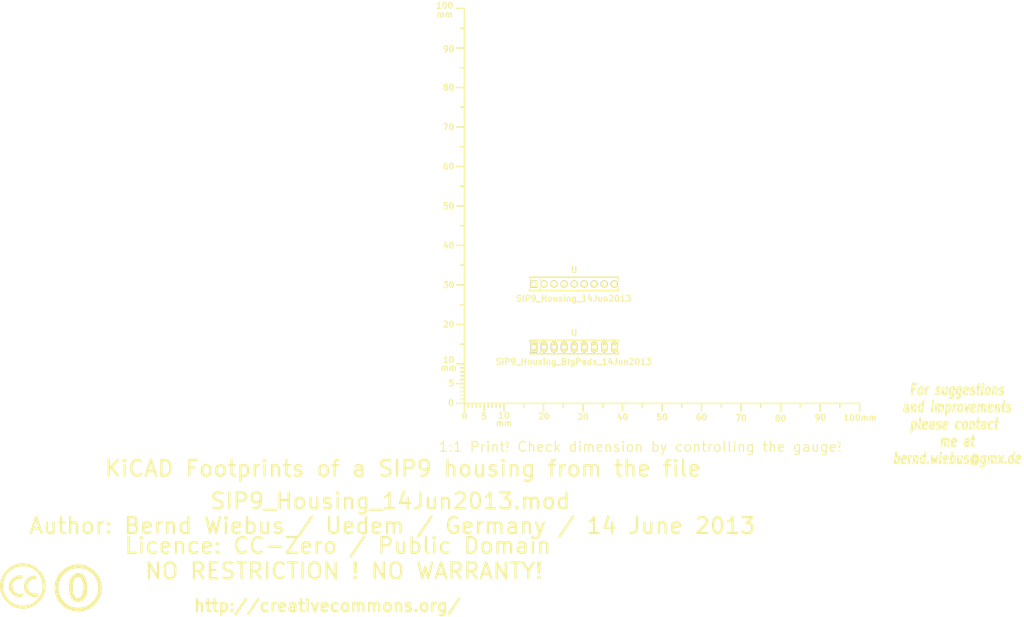
<source format=kicad_pcb>
(kicad_pcb (version 3) (host pcbnew "(2013-03-30 BZR 4007)-stable")

  (general
    (links 0)
    (no_connects 0)
    (area -16.90696 40.805099 274.02378 197.1694)
    (thickness 1.6002)
    (drawings 7)
    (tracks 0)
    (zones 0)
    (modules 5)
    (nets 1)
  )

  (page A4)
  (layers
    (15 Vorderseite signal)
    (0 Rückseite signal)
    (16 B.Adhes user)
    (17 F.Adhes user)
    (18 B.Paste user)
    (19 F.Paste user)
    (20 B.SilkS user)
    (21 F.SilkS user)
    (22 B.Mask user)
    (23 F.Mask user)
    (24 Dwgs.User user)
    (25 Cmts.User user)
    (26 Eco1.User user)
    (27 Eco2.User user)
    (28 Edge.Cuts user)
  )

  (setup
    (last_trace_width 0.2032)
    (trace_clearance 0.254)
    (zone_clearance 0.508)
    (zone_45_only no)
    (trace_min 0.2032)
    (segment_width 0.381)
    (edge_width 0.381)
    (via_size 0.889)
    (via_drill 0.635)
    (via_min_size 0.889)
    (via_min_drill 0.508)
    (uvia_size 0.508)
    (uvia_drill 0.127)
    (uvias_allowed no)
    (uvia_min_size 0.508)
    (uvia_min_drill 0.127)
    (pcb_text_width 0.3048)
    (pcb_text_size 1.524 2.032)
    (mod_edge_width 0.381)
    (mod_text_size 1.524 1.524)
    (mod_text_width 0.3048)
    (pad_size 2.7 1.6)
    (pad_drill 1)
    (pad_to_mask_clearance 0.254)
    (aux_axis_origin 0 0)
    (visible_elements 7FFFFFFF)
    (pcbplotparams
      (layerselection 3178497)
      (usegerberextensions true)
      (excludeedgelayer true)
      (linewidth 60)
      (plotframeref false)
      (viasonmask false)
      (mode 1)
      (useauxorigin false)
      (hpglpennumber 1)
      (hpglpenspeed 20)
      (hpglpendiameter 15)
      (hpglpenoverlay 0)
      (psnegative false)
      (psa4output false)
      (plotreference true)
      (plotvalue true)
      (plotothertext true)
      (plotinvisibletext false)
      (padsonsilk false)
      (subtractmaskfromsilk false)
      (outputformat 1)
      (mirror false)
      (drillshape 1)
      (scaleselection 1)
      (outputdirectory ""))
  )

  (net 0 "")

  (net_class Default "Dies ist die voreingestellte Netzklasse."
    (clearance 0.254)
    (trace_width 0.2032)
    (via_dia 0.889)
    (via_drill 0.635)
    (uvia_dia 0.508)
    (uvia_drill 0.127)
    (add_net "")
  )

  (module Gauge_100mm_Type2_SilkScreenTop_RevA_Date22Jun2010 (layer Vorderseite) (tedit 4D963937) (tstamp 4D88F07A)
    (at 132.75056 141.2494)
    (descr "Gauge, Massstab, 100mm, SilkScreenTop, Type 2,")
    (tags "Gauge, Massstab, 100mm, SilkScreenTop, Type 2,")
    (path Gauge_100mm_Type2_SilkScreenTop_RevA_Date22Jun2010)
    (fp_text reference MSC (at 4.0005 8.99922) (layer F.SilkS) hide
      (effects (font (size 1.524 1.524) (thickness 0.3048)))
    )
    (fp_text value Gauge_100mm_Type2_SilkScreenTop_RevA_Date22Jun2010 (at 45.9994 8.99922) (layer F.SilkS) hide
      (effects (font (size 1.524 1.524) (thickness 0.3048)))
    )
    (fp_text user mm (at 9.99998 5.00126) (layer F.SilkS)
      (effects (font (size 1.524 1.524) (thickness 0.3048)))
    )
    (fp_text user mm (at -4.0005 -8.99922) (layer F.SilkS)
      (effects (font (size 1.524 1.524) (thickness 0.3048)))
    )
    (fp_text user mm (at -5.00126 -98.5012) (layer F.SilkS)
      (effects (font (size 1.524 1.524) (thickness 0.3048)))
    )
    (fp_text user 10 (at 10.00506 3.0988) (layer F.SilkS)
      (effects (font (size 1.50114 1.50114) (thickness 0.29972)))
    )
    (fp_text user 0 (at 0.00508 3.19786) (layer F.SilkS)
      (effects (font (size 1.39954 1.50114) (thickness 0.29972)))
    )
    (fp_text user 5 (at 5.0038 3.29946) (layer F.SilkS)
      (effects (font (size 1.50114 1.50114) (thickness 0.29972)))
    )
    (fp_text user 20 (at 20.1041 3.29946) (layer F.SilkS)
      (effects (font (size 1.50114 1.50114) (thickness 0.29972)))
    )
    (fp_text user 30 (at 30.00502 3.39852) (layer F.SilkS)
      (effects (font (size 1.50114 1.50114) (thickness 0.29972)))
    )
    (fp_text user 40 (at 40.005 3.50012) (layer F.SilkS)
      (effects (font (size 1.50114 1.50114) (thickness 0.29972)))
    )
    (fp_text user 50 (at 50.00498 3.50012) (layer F.SilkS)
      (effects (font (size 1.50114 1.50114) (thickness 0.29972)))
    )
    (fp_text user 60 (at 60.00496 3.50012) (layer F.SilkS)
      (effects (font (size 1.50114 1.50114) (thickness 0.29972)))
    )
    (fp_text user 70 (at 70.00494 3.70078) (layer F.SilkS)
      (effects (font (size 1.50114 1.50114) (thickness 0.29972)))
    )
    (fp_text user 80 (at 80.00492 3.79984) (layer F.SilkS)
      (effects (font (size 1.50114 1.50114) (thickness 0.29972)))
    )
    (fp_text user 90 (at 90.1065 3.60172) (layer F.SilkS)
      (effects (font (size 1.50114 1.50114) (thickness 0.29972)))
    )
    (fp_text user 100mm (at 100.10648 3.60172) (layer F.SilkS)
      (effects (font (size 1.50114 1.50114) (thickness 0.29972)))
    )
    (fp_line (start 0 -8.99922) (end -1.00076 -8.99922) (layer F.SilkS) (width 0.381))
    (fp_line (start 0 -8.001) (end -1.00076 -8.001) (layer F.SilkS) (width 0.381))
    (fp_line (start 0 -7.00024) (end -1.00076 -7.00024) (layer F.SilkS) (width 0.381))
    (fp_line (start 0 -5.99948) (end -1.00076 -5.99948) (layer F.SilkS) (width 0.381))
    (fp_line (start 0 -4.0005) (end -1.00076 -4.0005) (layer F.SilkS) (width 0.381))
    (fp_line (start 0 -2.99974) (end -1.00076 -2.99974) (layer F.SilkS) (width 0.381))
    (fp_line (start 0 -1.99898) (end -1.00076 -1.99898) (layer F.SilkS) (width 0.381))
    (fp_line (start 0 -1.00076) (end -1.00076 -1.00076) (layer F.SilkS) (width 0.381))
    (fp_line (start 0 0) (end -1.99898 0) (layer F.SilkS) (width 0.381))
    (fp_line (start 0 -5.00126) (end -1.99898 -5.00126) (layer F.SilkS) (width 0.381))
    (fp_line (start 0 -9.99998) (end -1.99898 -9.99998) (layer F.SilkS) (width 0.381))
    (fp_line (start 0 -15.00124) (end -1.00076 -15.00124) (layer F.SilkS) (width 0.381))
    (fp_line (start 0 -19.99996) (end -1.99898 -19.99996) (layer F.SilkS) (width 0.381))
    (fp_line (start 0 -25.00122) (end -1.00076 -25.00122) (layer F.SilkS) (width 0.381))
    (fp_line (start 0 -29.99994) (end -1.99898 -29.99994) (layer F.SilkS) (width 0.381))
    (fp_line (start 0 -35.0012) (end -1.00076 -35.0012) (layer F.SilkS) (width 0.381))
    (fp_line (start 0 -39.99992) (end -1.99898 -39.99992) (layer F.SilkS) (width 0.381))
    (fp_line (start 0 -45.00118) (end -1.00076 -45.00118) (layer F.SilkS) (width 0.381))
    (fp_line (start 0 -49.9999) (end -1.99898 -49.9999) (layer F.SilkS) (width 0.381))
    (fp_line (start 0 -55.00116) (end -1.00076 -55.00116) (layer F.SilkS) (width 0.381))
    (fp_line (start 0 -59.99988) (end -1.99898 -59.99988) (layer F.SilkS) (width 0.381))
    (fp_line (start 0 -65.00114) (end -1.00076 -65.00114) (layer F.SilkS) (width 0.381))
    (fp_line (start 0 -69.99986) (end -1.99898 -69.99986) (layer F.SilkS) (width 0.381))
    (fp_line (start 0 -75.00112) (end -1.00076 -75.00112) (layer F.SilkS) (width 0.381))
    (fp_line (start 0 -79.99984) (end -1.99898 -79.99984) (layer F.SilkS) (width 0.381))
    (fp_line (start 0 -85.0011) (end -1.00076 -85.0011) (layer F.SilkS) (width 0.381))
    (fp_line (start 0 -89.99982) (end -1.99898 -89.99982) (layer F.SilkS) (width 0.381))
    (fp_line (start 0 -95.00108) (end -1.00076 -95.00108) (layer F.SilkS) (width 0.381))
    (fp_line (start 0 0) (end 0 -99.9998) (layer F.SilkS) (width 0.381))
    (fp_line (start 0 -99.9998) (end -1.99898 -99.9998) (layer F.SilkS) (width 0.381))
    (fp_text user 100 (at -4.99872 -100.7491) (layer F.SilkS)
      (effects (font (size 1.50114 1.50114) (thickness 0.29972)))
    )
    (fp_text user 90 (at -4.0005 -89.7509) (layer F.SilkS)
      (effects (font (size 1.50114 1.50114) (thickness 0.29972)))
    )
    (fp_text user 80 (at -4.0005 -79.99984) (layer F.SilkS)
      (effects (font (size 1.50114 1.50114) (thickness 0.29972)))
    )
    (fp_text user 70 (at -4.0005 -69.99986) (layer F.SilkS)
      (effects (font (size 1.50114 1.50114) (thickness 0.29972)))
    )
    (fp_text user 60 (at -4.0005 -59.99988) (layer F.SilkS)
      (effects (font (size 1.50114 1.50114) (thickness 0.29972)))
    )
    (fp_text user 50 (at -4.0005 -49.9999) (layer F.SilkS)
      (effects (font (size 1.50114 1.50114) (thickness 0.34036)))
    )
    (fp_text user 40 (at -4.0005 -39.99992) (layer F.SilkS)
      (effects (font (size 1.50114 1.50114) (thickness 0.29972)))
    )
    (fp_text user 30 (at -4.0005 -29.99994) (layer F.SilkS)
      (effects (font (size 1.50114 1.50114) (thickness 0.29972)))
    )
    (fp_text user 20 (at -4.0005 -19.99996) (layer F.SilkS)
      (effects (font (size 1.50114 1.50114) (thickness 0.29972)))
    )
    (fp_line (start 95.00108 0) (end 95.00108 1.00076) (layer F.SilkS) (width 0.381))
    (fp_line (start 89.99982 0) (end 89.99982 1.99898) (layer F.SilkS) (width 0.381))
    (fp_line (start 85.0011 0) (end 85.0011 1.00076) (layer F.SilkS) (width 0.381))
    (fp_line (start 79.99984 0) (end 79.99984 1.99898) (layer F.SilkS) (width 0.381))
    (fp_line (start 75.00112 0) (end 75.00112 1.00076) (layer F.SilkS) (width 0.381))
    (fp_line (start 69.99986 0) (end 69.99986 1.99898) (layer F.SilkS) (width 0.381))
    (fp_line (start 65.00114 0) (end 65.00114 1.00076) (layer F.SilkS) (width 0.381))
    (fp_line (start 59.99988 0) (end 59.99988 1.99898) (layer F.SilkS) (width 0.381))
    (fp_line (start 55.00116 0) (end 55.00116 1.00076) (layer F.SilkS) (width 0.381))
    (fp_line (start 49.9999 0) (end 49.9999 1.99898) (layer F.SilkS) (width 0.381))
    (fp_line (start 45.00118 0) (end 45.00118 1.00076) (layer F.SilkS) (width 0.381))
    (fp_line (start 39.99992 0) (end 39.99992 1.99898) (layer F.SilkS) (width 0.381))
    (fp_line (start 35.0012 0) (end 35.0012 1.00076) (layer F.SilkS) (width 0.381))
    (fp_line (start 29.99994 0) (end 29.99994 1.99898) (layer F.SilkS) (width 0.381))
    (fp_line (start 25.00122 0) (end 25.00122 1.00076) (layer F.SilkS) (width 0.381))
    (fp_line (start 19.99996 0) (end 19.99996 1.99898) (layer F.SilkS) (width 0.381))
    (fp_line (start 15.00124 0) (end 15.00124 1.00076) (layer F.SilkS) (width 0.381))
    (fp_line (start 9.99998 0) (end 99.9998 0) (layer F.SilkS) (width 0.381))
    (fp_line (start 99.9998 0) (end 99.9998 1.99898) (layer F.SilkS) (width 0.381))
    (fp_text user 5 (at -3.302 -5.10286) (layer F.SilkS)
      (effects (font (size 1.50114 1.50114) (thickness 0.29972)))
    )
    (fp_text user 0 (at -3.4036 -0.10414) (layer F.SilkS)
      (effects (font (size 1.50114 1.50114) (thickness 0.29972)))
    )
    (fp_text user 10 (at -4.0005 -11.00074) (layer F.SilkS)
      (effects (font (size 1.50114 1.50114) (thickness 0.29972)))
    )
    (fp_line (start 8.99922 0) (end 8.99922 1.00076) (layer F.SilkS) (width 0.381))
    (fp_line (start 8.001 0) (end 8.001 1.00076) (layer F.SilkS) (width 0.381))
    (fp_line (start 7.00024 0) (end 7.00024 1.00076) (layer F.SilkS) (width 0.381))
    (fp_line (start 5.99948 0) (end 5.99948 1.00076) (layer F.SilkS) (width 0.381))
    (fp_line (start 4.0005 0) (end 4.0005 1.00076) (layer F.SilkS) (width 0.381))
    (fp_line (start 2.99974 0) (end 2.99974 1.00076) (layer F.SilkS) (width 0.381))
    (fp_line (start 1.99898 0) (end 1.99898 1.00076) (layer F.SilkS) (width 0.381))
    (fp_line (start 1.00076 0) (end 1.00076 1.00076) (layer F.SilkS) (width 0.381))
    (fp_line (start 5.00126 0) (end 5.00126 1.99898) (layer F.SilkS) (width 0.381))
    (fp_line (start 0 0) (end 0 1.99898) (layer F.SilkS) (width 0.381))
    (fp_line (start 0 0) (end 9.99998 0) (layer F.SilkS) (width 0.381))
    (fp_line (start 9.99998 0) (end 9.99998 1.99898) (layer F.SilkS) (width 0.381))
  )

  (module Symbol_CC-PublicDomain_SilkScreenTop_Big (layer Vorderseite) (tedit 515D641F) (tstamp 515F0B64)
    (at 35 188)
    (descr "Symbol, CC-PublicDomain, SilkScreen Top, Big,")
    (tags "Symbol, CC-PublicDomain, SilkScreen Top, Big,")
    (path Symbol_CC-Noncommercial_CopperTop_Big)
    (fp_text reference Sym (at 0.59944 -7.29996) (layer F.SilkS) hide
      (effects (font (size 1.524 1.524) (thickness 0.3048)))
    )
    (fp_text value Symbol_CC-PublicDomain_SilkScreenTop_Big (at 0.59944 8.001) (layer F.SilkS) hide
      (effects (font (size 1.524 1.524) (thickness 0.3048)))
    )
    (fp_circle (center 0 0) (end 5.8 -0.05) (layer F.SilkS) (width 0.381))
    (fp_circle (center 0 0) (end 5.5 0) (layer F.SilkS) (width 0.381))
    (fp_circle (center 0.05 0) (end 5.25 0) (layer F.SilkS) (width 0.381))
    (fp_line (start 1.1 -2.5) (end 1.4 -1.9) (layer F.SilkS) (width 0.381))
    (fp_line (start -1.8 1.2) (end -1.6 1.9) (layer F.SilkS) (width 0.381))
    (fp_line (start -1.6 1.9) (end -1.2 2.5) (layer F.SilkS) (width 0.381))
    (fp_line (start 0 -3) (end 0.75 -2.75) (layer F.SilkS) (width 0.381))
    (fp_line (start 0.75 -2.75) (end 1 -2.25) (layer F.SilkS) (width 0.381))
    (fp_line (start 1 -2.25) (end 1.5 -1) (layer F.SilkS) (width 0.381))
    (fp_line (start 1.5 -1) (end 1.5 -0.5) (layer F.SilkS) (width 0.381))
    (fp_line (start 1.5 -0.5) (end 1.5 0.5) (layer F.SilkS) (width 0.381))
    (fp_line (start 1.5 0.5) (end 1.25 1.5) (layer F.SilkS) (width 0.381))
    (fp_line (start 1.25 1.5) (end 0.75 2.5) (layer F.SilkS) (width 0.381))
    (fp_line (start 0.75 2.5) (end 0.25 2.75) (layer F.SilkS) (width 0.381))
    (fp_line (start 0.25 2.75) (end -0.25 2.75) (layer F.SilkS) (width 0.381))
    (fp_line (start -0.25 2.75) (end -0.75 2.5) (layer F.SilkS) (width 0.381))
    (fp_line (start -0.75 2.5) (end -1.25 1.75) (layer F.SilkS) (width 0.381))
    (fp_line (start -1.25 1.75) (end -1.5 0.75) (layer F.SilkS) (width 0.381))
    (fp_line (start -1.5 0.75) (end -1.5 -0.75) (layer F.SilkS) (width 0.381))
    (fp_line (start -1.5 -0.75) (end -1.25 -1.75) (layer F.SilkS) (width 0.381))
    (fp_line (start -1.25 -1.75) (end -1 -2.5) (layer F.SilkS) (width 0.381))
    (fp_line (start -1 -2.5) (end -0.3 -2.9) (layer F.SilkS) (width 0.381))
    (fp_line (start -0.3 -2.9) (end 0.2 -3) (layer F.SilkS) (width 0.381))
    (fp_line (start 0.2 -3) (end 0.8 -3) (layer F.SilkS) (width 0.381))
    (fp_line (start 0.8 -3) (end 1.4 -2.3) (layer F.SilkS) (width 0.381))
    (fp_line (start 1.4 -2.3) (end 1.6 -1.4) (layer F.SilkS) (width 0.381))
    (fp_line (start 1.6 -1.4) (end 1.7 -0.3) (layer F.SilkS) (width 0.381))
    (fp_line (start 1.7 -0.3) (end 1.7 0.9) (layer F.SilkS) (width 0.381))
    (fp_line (start 1.7 0.9) (end 1.4 1.8) (layer F.SilkS) (width 0.381))
    (fp_line (start 1.4 1.8) (end 1 2.7) (layer F.SilkS) (width 0.381))
    (fp_line (start 1 2.7) (end 0.5 3) (layer F.SilkS) (width 0.381))
    (fp_line (start 0.5 3) (end -0.4 3) (layer F.SilkS) (width 0.381))
    (fp_line (start -0.4 3) (end -1.3 2.3) (layer F.SilkS) (width 0.381))
    (fp_line (start -1.3 2.3) (end -1.7 1) (layer F.SilkS) (width 0.381))
    (fp_line (start -1.7 1) (end -1.8 -0.7) (layer F.SilkS) (width 0.381))
    (fp_line (start -1.8 -0.7) (end -1.4 -2.2) (layer F.SilkS) (width 0.381))
    (fp_line (start -1.4 -2.2) (end -1 -2.9) (layer F.SilkS) (width 0.381))
    (fp_line (start -1 -2.9) (end -0.2 -3.3) (layer F.SilkS) (width 0.381))
    (fp_line (start -0.2 -3.3) (end 0.7 -3.2) (layer F.SilkS) (width 0.381))
    (fp_line (start 0.7 -3.2) (end 1.3 -3.1) (layer F.SilkS) (width 0.381))
    (fp_line (start 1.3 -3.1) (end 1.7 -2.4) (layer F.SilkS) (width 0.381))
    (fp_line (start 1.7 -2.4) (end 2 -1.6) (layer F.SilkS) (width 0.381))
    (fp_line (start 2 -1.6) (end 2.1 -0.6) (layer F.SilkS) (width 0.381))
    (fp_line (start 2.1 -0.6) (end 2.1 0.3) (layer F.SilkS) (width 0.381))
    (fp_line (start 2.1 0.3) (end 2.1 1.3) (layer F.SilkS) (width 0.381))
    (fp_line (start 2.1 1.3) (end 1.9 1.8) (layer F.SilkS) (width 0.381))
    (fp_line (start 1.9 1.8) (end 1.5 2.6) (layer F.SilkS) (width 0.381))
    (fp_line (start 1.5 2.6) (end 1.1 3) (layer F.SilkS) (width 0.381))
    (fp_line (start 1.1 3) (end 0.4 3.3) (layer F.SilkS) (width 0.381))
    (fp_line (start 0.4 3.3) (end -0.1 3.4) (layer F.SilkS) (width 0.381))
    (fp_line (start -0.1 3.4) (end -0.8 3.2) (layer F.SilkS) (width 0.381))
    (fp_line (start -0.8 3.2) (end -1.5 2.6) (layer F.SilkS) (width 0.381))
    (fp_line (start -1.5 2.6) (end -1.9 1.7) (layer F.SilkS) (width 0.381))
    (fp_line (start -1.9 1.7) (end -2.1 0.4) (layer F.SilkS) (width 0.381))
    (fp_line (start -2.1 0.4) (end -2.1 -0.6) (layer F.SilkS) (width 0.381))
    (fp_line (start -2.1 -0.6) (end -2 -1.6) (layer F.SilkS) (width 0.381))
    (fp_line (start -2 -1.6) (end -1.7 -2.4) (layer F.SilkS) (width 0.381))
    (fp_line (start -1.7 -2.4) (end -1.2 -3.1) (layer F.SilkS) (width 0.381))
    (fp_line (start -1.2 -3.1) (end -0.4 -3.6) (layer F.SilkS) (width 0.381))
    (fp_line (start -0.4 -3.6) (end 0.4 -3.6) (layer F.SilkS) (width 0.381))
    (fp_line (start 0.4 -3.6) (end 1.1 -3.2) (layer F.SilkS) (width 0.381))
    (fp_line (start 1.1 -3.2) (end 1.1 -2.9) (layer F.SilkS) (width 0.381))
    (fp_line (start 1.1 -2.9) (end 1.8 -1.5) (layer F.SilkS) (width 0.381))
    (fp_line (start 1.8 -1.5) (end 1.8 -0.4) (layer F.SilkS) (width 0.381))
    (fp_line (start 1.8 -0.4) (end 1.8 1.1) (layer F.SilkS) (width 0.381))
    (fp_line (start 1.8 1.1) (end 1.2 2.6) (layer F.SilkS) (width 0.381))
    (fp_line (start 1.2 2.6) (end 0.2 3.2) (layer F.SilkS) (width 0.381))
    (fp_line (start 0.2 3.2) (end -0.5 3.2) (layer F.SilkS) (width 0.381))
    (fp_line (start -0.5 3.2) (end -1.1 2.7) (layer F.SilkS) (width 0.381))
    (fp_line (start -1.1 2.7) (end -1.9 0.6) (layer F.SilkS) (width 0.381))
    (fp_line (start -1.9 0.6) (end -1.7 -1.9) (layer F.SilkS) (width 0.381))
  )

  (module Symbol_CreativeCommons_SilkScreenTop_Type2_Big (layer Vorderseite) (tedit 515D640C) (tstamp 515F46B2)
    (at 21 187.5)
    (descr "Symbol, Creative Commons, SilkScreen Top, Type 2, Big,")
    (tags "Symbol, Creative Commons, SilkScreen Top, Type 2, Big,")
    (path Symbol_CreativeCommons_CopperTop_Type2_Big)
    (fp_text reference Sym (at 0.59944 -7.29996) (layer F.SilkS) hide
      (effects (font (size 1.524 1.524) (thickness 0.3048)))
    )
    (fp_text value Symbol_CreativeCommons_Typ2_SilkScreenTop_Big (at 0.59944 8.001) (layer F.SilkS) hide
      (effects (font (size 1.524 1.524) (thickness 0.3048)))
    )
    (fp_line (start -0.70104 2.70002) (end -0.29972 2.60096) (layer F.SilkS) (width 0.381))
    (fp_line (start -0.29972 2.60096) (end -0.20066 2.10058) (layer F.SilkS) (width 0.381))
    (fp_line (start -2.49936 -1.69926) (end -2.70002 -1.6002) (layer F.SilkS) (width 0.381))
    (fp_line (start -2.70002 -1.6002) (end -3.0988 -1.00076) (layer F.SilkS) (width 0.381))
    (fp_line (start -3.0988 -1.00076) (end -3.29946 -0.50038) (layer F.SilkS) (width 0.381))
    (fp_line (start -3.29946 -0.50038) (end -3.40106 0.39878) (layer F.SilkS) (width 0.381))
    (fp_line (start -3.40106 0.39878) (end -3.29946 0.89916) (layer F.SilkS) (width 0.381))
    (fp_line (start -0.19812 2.4003) (end -0.29718 2.59842) (layer F.SilkS) (width 0.381))
    (fp_line (start 3.70078 2.10058) (end 3.79984 2.4003) (layer F.SilkS) (width 0.381))
    (fp_line (start 2.99974 -2.4003) (end 3.29946 -2.30124) (layer F.SilkS) (width 0.381))
    (fp_line (start 3.29946 -2.30124) (end 3.0988 -1.99898) (layer F.SilkS) (width 0.381))
    (fp_line (start 0 -5.40004) (end -0.50038 -5.40004) (layer F.SilkS) (width 0.381))
    (fp_line (start -0.50038 -5.40004) (end -1.30048 -5.10032) (layer F.SilkS) (width 0.381))
    (fp_line (start -1.30048 -5.10032) (end -1.99898 -4.89966) (layer F.SilkS) (width 0.381))
    (fp_line (start -1.99898 -4.89966) (end -2.70002 -4.699) (layer F.SilkS) (width 0.381))
    (fp_line (start -2.70002 -4.699) (end -3.29946 -4.20116) (layer F.SilkS) (width 0.381))
    (fp_line (start -3.29946 -4.20116) (end -4.0005 -3.59918) (layer F.SilkS) (width 0.381))
    (fp_line (start -4.0005 -3.59918) (end -4.50088 -2.99974) (layer F.SilkS) (width 0.381))
    (fp_line (start -4.50088 -2.99974) (end -5.00126 -2.10058) (layer F.SilkS) (width 0.381))
    (fp_line (start -5.00126 -2.10058) (end -5.30098 -1.09982) (layer F.SilkS) (width 0.381))
    (fp_line (start -5.30098 -1.09982) (end -5.40004 0.09906) (layer F.SilkS) (width 0.381))
    (fp_line (start -5.40004 0.09906) (end -5.19938 1.30048) (layer F.SilkS) (width 0.381))
    (fp_line (start -5.19938 1.30048) (end -4.8006 2.4003) (layer F.SilkS) (width 0.381))
    (fp_line (start -4.8006 2.4003) (end -3.79984 3.8989) (layer F.SilkS) (width 0.381))
    (fp_line (start -3.79984 3.8989) (end -2.60096 4.8006) (layer F.SilkS) (width 0.381))
    (fp_line (start -2.60096 4.8006) (end -1.30048 5.30098) (layer F.SilkS) (width 0.381))
    (fp_line (start -1.30048 5.30098) (end 0.09906 5.30098) (layer F.SilkS) (width 0.381))
    (fp_line (start 0.09906 5.30098) (end 1.6002 5.19938) (layer F.SilkS) (width 0.381))
    (fp_line (start 1.6002 5.19938) (end 2.60096 4.699) (layer F.SilkS) (width 0.381))
    (fp_line (start 2.60096 4.699) (end 4.20116 3.40106) (layer F.SilkS) (width 0.381))
    (fp_line (start 4.20116 3.40106) (end 5.00126 1.80086) (layer F.SilkS) (width 0.381))
    (fp_line (start 5.00126 1.80086) (end 5.40004 0.29972) (layer F.SilkS) (width 0.381))
    (fp_line (start 5.40004 0.29972) (end 5.19938 -1.39954) (layer F.SilkS) (width 0.381))
    (fp_line (start 5.19938 -1.39954) (end 4.699 -2.49936) (layer F.SilkS) (width 0.381))
    (fp_line (start 4.699 -2.49936) (end 3.40106 -4.09956) (layer F.SilkS) (width 0.381))
    (fp_line (start 3.40106 -4.09956) (end 2.4003 -4.8006) (layer F.SilkS) (width 0.381))
    (fp_line (start 2.4003 -4.8006) (end 1.39954 -5.19938) (layer F.SilkS) (width 0.381))
    (fp_line (start 1.39954 -5.19938) (end 0 -5.30098) (layer F.SilkS) (width 0.381))
    (fp_line (start 0.60198 -0.70104) (end 0.50292 -0.20066) (layer F.SilkS) (width 0.381))
    (fp_line (start 0.50292 -0.20066) (end 0.50292 0.49784) (layer F.SilkS) (width 0.381))
    (fp_line (start 0.50292 0.49784) (end 0.60198 1.09982) (layer F.SilkS) (width 0.381))
    (fp_line (start 0.60198 1.09982) (end 1.00076 1.69926) (layer F.SilkS) (width 0.381))
    (fp_line (start 1.00076 1.69926) (end 1.50114 2.19964) (layer F.SilkS) (width 0.381))
    (fp_line (start 1.50114 2.19964) (end 2.10058 2.49936) (layer F.SilkS) (width 0.381))
    (fp_line (start 2.10058 2.49936) (end 2.60096 2.59842) (layer F.SilkS) (width 0.381))
    (fp_line (start 2.60096 2.59842) (end 3.00228 2.59842) (layer F.SilkS) (width 0.381))
    (fp_line (start 3.00228 2.59842) (end 3.40106 2.59842) (layer F.SilkS) (width 0.381))
    (fp_line (start 3.40106 2.59842) (end 3.80238 2.49936) (layer F.SilkS) (width 0.381))
    (fp_line (start 3.80238 2.49936) (end 3.70078 2.2987) (layer F.SilkS) (width 0.381))
    (fp_line (start 3.70078 2.2987) (end 2.80162 2.4003) (layer F.SilkS) (width 0.381))
    (fp_line (start 2.80162 2.4003) (end 1.80086 2.09804) (layer F.SilkS) (width 0.381))
    (fp_line (start 1.80086 2.09804) (end 1.20142 1.6002) (layer F.SilkS) (width 0.381))
    (fp_line (start 1.20142 1.6002) (end 0.80264 0.6985) (layer F.SilkS) (width 0.381))
    (fp_line (start 0.80264 0.6985) (end 0.70104 -0.29972) (layer F.SilkS) (width 0.381))
    (fp_line (start 0.70104 -0.29972) (end 1.00076 -1.00076) (layer F.SilkS) (width 0.381))
    (fp_line (start 1.00076 -1.00076) (end 1.60274 -1.7018) (layer F.SilkS) (width 0.381))
    (fp_line (start 1.60274 -1.7018) (end 2.30124 -2.10058) (layer F.SilkS) (width 0.381))
    (fp_line (start 2.30124 -2.10058) (end 3.00228 -2.10058) (layer F.SilkS) (width 0.381))
    (fp_line (start 3.00228 -2.10058) (end 3.10134 -1.89992) (layer F.SilkS) (width 0.381))
    (fp_line (start 3.10134 -1.89992) (end 2.5019 -1.89992) (layer F.SilkS) (width 0.381))
    (fp_line (start 2.5019 -1.89992) (end 1.80086 -1.6002) (layer F.SilkS) (width 0.381))
    (fp_line (start 1.80086 -1.6002) (end 1.30048 -1.00076) (layer F.SilkS) (width 0.381))
    (fp_line (start 1.30048 -1.00076) (end 1.00076 -0.40132) (layer F.SilkS) (width 0.381))
    (fp_line (start 1.00076 -0.40132) (end 1.00076 0.09906) (layer F.SilkS) (width 0.381))
    (fp_line (start 1.00076 0.09906) (end 1.00076 0.6985) (layer F.SilkS) (width 0.381))
    (fp_line (start 1.00076 0.6985) (end 1.30048 1.19888) (layer F.SilkS) (width 0.381))
    (fp_line (start 1.30048 1.19888) (end 1.7018 1.69926) (layer F.SilkS) (width 0.381))
    (fp_line (start 1.7018 1.69926) (end 2.30124 1.99898) (layer F.SilkS) (width 0.381))
    (fp_line (start 2.30124 1.99898) (end 2.90068 2.09804) (layer F.SilkS) (width 0.381))
    (fp_line (start 2.90068 2.09804) (end 3.40106 2.09804) (layer F.SilkS) (width 0.381))
    (fp_line (start 3.40106 2.09804) (end 3.70078 1.99898) (layer F.SilkS) (width 0.381))
    (fp_line (start 3.00228 -2.4003) (end 2.40284 -2.4003) (layer F.SilkS) (width 0.381))
    (fp_line (start 2.40284 -2.4003) (end 2.00152 -2.20218) (layer F.SilkS) (width 0.381))
    (fp_line (start 2.00152 -2.20218) (end 1.50114 -2.00152) (layer F.SilkS) (width 0.381))
    (fp_line (start 1.50114 -2.00152) (end 1.10236 -1.6002) (layer F.SilkS) (width 0.381))
    (fp_line (start 1.10236 -1.6002) (end 0.80264 -1.09982) (layer F.SilkS) (width 0.381))
    (fp_line (start 0.80264 -1.09982) (end 0.60198 -0.70104) (layer F.SilkS) (width 0.381))
    (fp_line (start -0.39878 -1.99898) (end -0.89916 -1.99898) (layer F.SilkS) (width 0.381))
    (fp_line (start -0.89916 -1.99898) (end -1.39954 -1.89738) (layer F.SilkS) (width 0.381))
    (fp_line (start -1.39954 -1.89738) (end -1.89992 -1.59766) (layer F.SilkS) (width 0.381))
    (fp_line (start -1.89992 -1.59766) (end -2.4003 -1.19888) (layer F.SilkS) (width 0.381))
    (fp_line (start -2.4003 -1.30048) (end -2.70002 -0.8001) (layer F.SilkS) (width 0.381))
    (fp_line (start -2.70002 -0.8001) (end -2.79908 -0.29972) (layer F.SilkS) (width 0.381))
    (fp_line (start -2.79908 -0.29972) (end -2.79908 0.20066) (layer F.SilkS) (width 0.381))
    (fp_line (start -2.79908 0.20066) (end -2.59842 1.00076) (layer F.SilkS) (width 0.381))
    (fp_line (start -2.69748 1.00076) (end -2.39776 1.39954) (layer F.SilkS) (width 0.381))
    (fp_line (start -2.29616 1.4986) (end -1.79578 1.89992) (layer F.SilkS) (width 0.381))
    (fp_line (start -1.79578 1.89992) (end -1.29794 2.09804) (layer F.SilkS) (width 0.381))
    (fp_line (start -1.29794 2.09804) (end -0.89662 2.19964) (layer F.SilkS) (width 0.381))
    (fp_line (start -0.89662 2.19964) (end -0.49784 2.19964) (layer F.SilkS) (width 0.381))
    (fp_line (start -0.49784 2.19964) (end -0.19812 2.09804) (layer F.SilkS) (width 0.381))
    (fp_line (start -0.19812 2.09804) (end -0.29718 2.4003) (layer F.SilkS) (width 0.381))
    (fp_line (start -0.29718 2.4003) (end -0.89662 2.49936) (layer F.SilkS) (width 0.381))
    (fp_line (start -0.89662 2.49936) (end -1.59766 2.2987) (layer F.SilkS) (width 0.381))
    (fp_line (start -1.59766 2.2987) (end -2.29616 1.79832) (layer F.SilkS) (width 0.381))
    (fp_line (start -2.29616 1.79832) (end -2.79654 1.29794) (layer F.SilkS) (width 0.381))
    (fp_line (start -2.79908 1.39954) (end -2.99974 0.70104) (layer F.SilkS) (width 0.381))
    (fp_line (start -2.99974 0.70104) (end -3.0988 0) (layer F.SilkS) (width 0.381))
    (fp_line (start -3.0988 0) (end -2.99974 -0.59944) (layer F.SilkS) (width 0.381))
    (fp_line (start -2.99974 -0.8001) (end -2.70002 -1.30048) (layer F.SilkS) (width 0.381))
    (fp_line (start -2.70002 -1.09982) (end -2.19964 -1.6002) (layer F.SilkS) (width 0.381))
    (fp_line (start -2.19964 -1.69926) (end -1.69926 -1.99898) (layer F.SilkS) (width 0.381))
    (fp_line (start -1.69926 -1.99898) (end -1.19888 -2.19964) (layer F.SilkS) (width 0.381))
    (fp_line (start -1.19888 -2.19964) (end -0.6985 -2.19964) (layer F.SilkS) (width 0.381))
    (fp_line (start -0.6985 -2.19964) (end -0.29972 -2.19964) (layer F.SilkS) (width 0.381))
    (fp_line (start -0.29972 -2.19964) (end -0.20066 -2.39776) (layer F.SilkS) (width 0.381))
    (fp_line (start -0.20066 -2.39776) (end -0.59944 -2.49936) (layer F.SilkS) (width 0.381))
    (fp_line (start -0.59944 -2.49936) (end -1.00076 -2.49936) (layer F.SilkS) (width 0.381))
    (fp_line (start -1.00076 -2.49936) (end -1.4986 -2.39776) (layer F.SilkS) (width 0.381))
    (fp_line (start -1.4986 -2.39776) (end -2.10058 -2.09804) (layer F.SilkS) (width 0.381))
    (fp_line (start -2.10058 -2.09804) (end -2.59842 -1.69926) (layer F.SilkS) (width 0.381))
    (fp_line (start -2.59842 -1.6002) (end -3.0988 -0.89916) (layer F.SilkS) (width 0.381))
    (fp_line (start -3.0988 -0.89916) (end -3.29946 -0.29972) (layer F.SilkS) (width 0.381))
    (fp_line (start -3.29946 -0.29972) (end -3.29946 0.40132) (layer F.SilkS) (width 0.381))
    (fp_line (start -3.29946 0.40132) (end -3.2004 1.00076) (layer F.SilkS) (width 0.381))
    (fp_line (start -3.29946 0.8001) (end -2.99974 1.39954) (layer F.SilkS) (width 0.381))
    (fp_line (start -2.89814 1.4986) (end -2.49682 1.99898) (layer F.SilkS) (width 0.381))
    (fp_line (start -2.49682 1.99898) (end -1.89738 2.4003) (layer F.SilkS) (width 0.381))
    (fp_line (start -1.89738 2.4003) (end -1.19634 2.59842) (layer F.SilkS) (width 0.381))
    (fp_line (start -1.19634 2.59842) (end -0.69596 2.70002) (layer F.SilkS) (width 0.381))
    (fp_line (start -2.9972 1.19888) (end -2.59842 1.19888) (layer F.SilkS) (width 0.381))
    (fp_circle (center 0 0) (end 5.08 1.016) (layer F.SilkS) (width 0.381))
    (fp_circle (center 0 0) (end 5.588 0) (layer F.SilkS) (width 0.381))
  )

  (module SIP9_Housing_14Jun2013 (layer Vorderseite) (tedit 51BB5CB1) (tstamp 51BB5EFF)
    (at 160.5 111)
    (descr SIP9)
    (tags SIP9)
    (fp_text reference U (at 0 -3.6) (layer F.SilkS)
      (effects (font (size 1.524 1.524) (thickness 0.3048)))
    )
    (fp_text value SIP9_Housing_14Jun2013 (at -0.1 3.7) (layer F.SilkS)
      (effects (font (size 1.524 1.524) (thickness 0.3048)))
    )
    (fp_line (start -8.7 1.7) (end -8.7 1) (layer F.SilkS) (width 0.381))
    (fp_line (start -8.7 -1.7) (end -8.7 -1) (layer F.SilkS) (width 0.381))
    (fp_line (start 0 1.7) (end -11.2 1.7) (layer F.SilkS) (width 0.381))
    (fp_line (start -11.2 1.7) (end -11.2 1.4) (layer F.SilkS) (width 0.381))
    (fp_line (start 11.2 -1.2) (end 11.2 -1) (layer F.SilkS) (width 0.381))
    (fp_line (start 0 1.7) (end 11.2 1.7) (layer F.SilkS) (width 0.381))
    (fp_line (start 11.2 1.7) (end 11.2 1) (layer F.SilkS) (width 0.381))
    (fp_line (start 0.1 -1.7) (end -11.2 -1.7) (layer F.SilkS) (width 0.381))
    (fp_line (start -11.2 -1.7) (end -11.2 -1.4) (layer F.SilkS) (width 0.381))
    (fp_line (start 0 -1.7) (end 11.2 -1.7) (layer F.SilkS) (width 0.381))
    (fp_line (start 11.2 -1.7) (end 11.2 -1.1) (layer F.SilkS) (width 0.381))
    (pad 1 thru_hole rect (at -10.16 0 90) (size 1.8 1.8) (drill 1)
      (layers *.Cu *.Mask F.SilkS)
    )
    (pad 2 thru_hole circle (at -7.62 0 90) (size 1.8 1.8) (drill 1)
      (layers *.Cu *.Mask F.SilkS)
    )
    (pad 3 thru_hole circle (at -5.08 0 90) (size 1.8 1.8) (drill 1)
      (layers *.Cu *.Mask F.SilkS)
    )
    (pad 4 thru_hole circle (at -2.54 0 90) (size 1.8 1.8) (drill 1)
      (layers *.Cu *.Mask F.SilkS)
    )
    (pad 5 thru_hole circle (at 0 0 90) (size 1.8 1.8) (drill 1)
      (layers *.Cu *.Mask F.SilkS)
    )
    (pad 6 thru_hole circle (at 2.54 0 90) (size 1.8 1.8) (drill 1)
      (layers *.Cu *.Mask F.SilkS)
    )
    (pad 7 thru_hole circle (at 5.08 0 90) (size 1.8 1.8) (drill 1)
      (layers *.Cu *.Mask F.SilkS)
    )
    (pad 8 thru_hole circle (at 7.62 0 90) (size 1.8 1.8) (drill 1)
      (layers *.Cu *.Mask F.SilkS)
    )
    (pad 9 thru_hole circle (at 10.16 0 90) (size 1.8 1.8) (drill 1)
      (layers *.Cu *.Mask F.SilkS)
    )
    (model SIP9-Housing_Wings3d_14Jun2013/SIP9_Housing_Faktor03937_14Jun2013.wrl
      (at (xyz 0 0 0))
      (scale (xyz 0.3937 0.3937 0.3937))
      (rotate (xyz 0 0 0))
    )
  )

  (module SIP9_Housing_BigPads_14Jun2013 (layer Vorderseite) (tedit 51BB5CBB) (tstamp 51BB5F8A)
    (at 160.5 127)
    (descr "SIP9, Big Pads,")
    (tags "SIP9, Big Pads,")
    (fp_text reference U (at 0 -3.6) (layer F.SilkS)
      (effects (font (size 1.524 1.524) (thickness 0.3048)))
    )
    (fp_text value SIP9_Housing_BigPads_14Jun2013 (at -0.1 3.7) (layer F.SilkS)
      (effects (font (size 1.524 1.524) (thickness 0.3048)))
    )
    (fp_line (start -8.7 1.7) (end -8.7 1) (layer F.SilkS) (width 0.381))
    (fp_line (start -8.7 -1.7) (end -8.7 -1) (layer F.SilkS) (width 0.381))
    (fp_line (start 0 1.7) (end -11.2 1.7) (layer F.SilkS) (width 0.381))
    (fp_line (start -11.2 1.7) (end -11.2 1.4) (layer F.SilkS) (width 0.381))
    (fp_line (start 11.2 -1.2) (end 11.2 -1) (layer F.SilkS) (width 0.381))
    (fp_line (start 0 1.7) (end 11.2 1.7) (layer F.SilkS) (width 0.381))
    (fp_line (start 11.2 1.7) (end 11.2 1) (layer F.SilkS) (width 0.381))
    (fp_line (start 0.1 -1.7) (end -11.2 -1.7) (layer F.SilkS) (width 0.381))
    (fp_line (start -11.2 -1.7) (end -11.2 -1.4) (layer F.SilkS) (width 0.381))
    (fp_line (start 0 -1.7) (end 11.2 -1.7) (layer F.SilkS) (width 0.381))
    (fp_line (start 11.2 -1.7) (end 11.2 -1.1) (layer F.SilkS) (width 0.381))
    (pad 1 thru_hole rect (at -10.16 0 90) (size 2.7 1.6) (drill 1)
      (layers *.Cu *.Mask F.SilkS)
    )
    (pad 2 thru_hole oval (at -7.62 0 90) (size 2.7 1.6) (drill 1)
      (layers *.Cu *.Mask F.SilkS)
    )
    (pad 3 thru_hole oval (at -5.08 0 90) (size 2.7 1.6) (drill 1)
      (layers *.Cu *.Mask F.SilkS)
    )
    (pad 4 thru_hole oval (at -2.54 0 90) (size 2.7 1.6) (drill 1)
      (layers *.Cu *.Mask F.SilkS)
    )
    (pad 5 thru_hole oval (at 0 0 90) (size 2.7 1.6) (drill 1)
      (layers *.Cu *.Mask F.SilkS)
    )
    (pad 6 thru_hole oval (at 2.54 0 90) (size 2.7 1.6) (drill 1)
      (layers *.Cu *.Mask F.SilkS)
    )
    (pad 7 thru_hole oval (at 5.08 0 90) (size 2.7 1.6) (drill 1)
      (layers *.Cu *.Mask F.SilkS)
    )
    (pad 8 thru_hole oval (at 7.62 0 90) (size 2.7 1.6) (drill 1)
      (layers *.Cu *.Mask F.SilkS)
    )
    (pad 9 thru_hole oval (at 10.16 0 90) (size 2.7 1.6) (drill 1)
      (layers *.Cu *.Mask F.SilkS)
    )
    (model SIP9-Housing_Wings3d_14Jun2013/SIP9_Housing_Faktor03937_14Jun2013.wrl
      (at (xyz 0 0 0))
      (scale (xyz 0.3937 0.3937 0.3937))
      (rotate (xyz 0 0 0))
    )
  )

  (gr_text http://creativecommons.org/ (at 98 192.5) (layer F.SilkS)
    (effects (font (size 3 3) (thickness 0.6)))
  )
  (gr_text "For suggestions\nand improvements\nplease contact \nme at\nbernd.wiebus@gmx.de" (at 257.41884 146.4691) (layer F.SilkS)
    (effects (font (size 2.70002 1.99898) (thickness 0.50038) italic))
  )
  (gr_text "1:1 Print! Check dimension by controlling the gauge!" (at 177.24882 152.25014) (layer F.SilkS)
    (effects (font (size 2.49936 2.49936) (thickness 0.29972)))
  )
  (gr_text "Licence: CC-Zero / Public Domain \nNO RESTRICTION ! NO WARRANTY!" (at 102.2501 180.50064) (layer F.SilkS)
    (effects (font (size 4.0005 4.0005) (thickness 0.59944)))
  )
  (gr_text "Author: Bernd Wiebus / Uedem / Germany / 14 June 2013" (at 114.50012 172.24958) (layer F.SilkS)
    (effects (font (size 4.0005 4.0005) (thickness 0.59944)))
  )
  (gr_text SIP9_Housing_14Jun2013.mod (at 114.00028 165.9989) (layer F.SilkS)
    (effects (font (size 4.0005 4.0005) (thickness 0.59944)))
  )
  (gr_text "KiCAD Footprints of a SIP9 housing from the file " (at 118.75008 157.74898) (layer F.SilkS)
    (effects (font (size 4.0005 4.0005) (thickness 0.59944)))
  )

)

</source>
